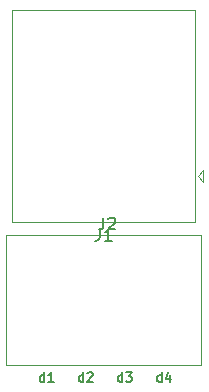
<source format=gbr>
%TF.GenerationSoftware,KiCad,Pcbnew,7.0.9*%
%TF.CreationDate,2024-01-22T18:23:32+13:00*%
%TF.ProjectId,rj45_breakout,726a3435-5f62-4726-9561-6b6f75742e6b,rev?*%
%TF.SameCoordinates,Original*%
%TF.FileFunction,Legend,Top*%
%TF.FilePolarity,Positive*%
%FSLAX46Y46*%
G04 Gerber Fmt 4.6, Leading zero omitted, Abs format (unit mm)*
G04 Created by KiCad (PCBNEW 7.0.9) date 2024-01-22 18:23:32*
%MOMM*%
%LPD*%
G01*
G04 APERTURE LIST*
%ADD10C,0.150000*%
%ADD11C,0.120000*%
G04 APERTURE END LIST*
D10*
X43862017Y-54394295D02*
X43862017Y-53594295D01*
X43862017Y-54356200D02*
X43785826Y-54394295D01*
X43785826Y-54394295D02*
X43633445Y-54394295D01*
X43633445Y-54394295D02*
X43557255Y-54356200D01*
X43557255Y-54356200D02*
X43519160Y-54318104D01*
X43519160Y-54318104D02*
X43481064Y-54241914D01*
X43481064Y-54241914D02*
X43481064Y-54013342D01*
X43481064Y-54013342D02*
X43519160Y-53937152D01*
X43519160Y-53937152D02*
X43557255Y-53899057D01*
X43557255Y-53899057D02*
X43633445Y-53860961D01*
X43633445Y-53860961D02*
X43785826Y-53860961D01*
X43785826Y-53860961D02*
X43862017Y-53899057D01*
X44662017Y-54394295D02*
X44204874Y-54394295D01*
X44433446Y-54394295D02*
X44433446Y-53594295D01*
X44433446Y-53594295D02*
X44357255Y-53708580D01*
X44357255Y-53708580D02*
X44281065Y-53784771D01*
X44281065Y-53784771D02*
X44204874Y-53822866D01*
X47176304Y-54394295D02*
X47176304Y-53594295D01*
X47176304Y-54356200D02*
X47100113Y-54394295D01*
X47100113Y-54394295D02*
X46947732Y-54394295D01*
X46947732Y-54394295D02*
X46871542Y-54356200D01*
X46871542Y-54356200D02*
X46833447Y-54318104D01*
X46833447Y-54318104D02*
X46795351Y-54241914D01*
X46795351Y-54241914D02*
X46795351Y-54013342D01*
X46795351Y-54013342D02*
X46833447Y-53937152D01*
X46833447Y-53937152D02*
X46871542Y-53899057D01*
X46871542Y-53899057D02*
X46947732Y-53860961D01*
X46947732Y-53860961D02*
X47100113Y-53860961D01*
X47100113Y-53860961D02*
X47176304Y-53899057D01*
X47519161Y-53670485D02*
X47557257Y-53632390D01*
X47557257Y-53632390D02*
X47633447Y-53594295D01*
X47633447Y-53594295D02*
X47823923Y-53594295D01*
X47823923Y-53594295D02*
X47900114Y-53632390D01*
X47900114Y-53632390D02*
X47938209Y-53670485D01*
X47938209Y-53670485D02*
X47976304Y-53746676D01*
X47976304Y-53746676D02*
X47976304Y-53822866D01*
X47976304Y-53822866D02*
X47938209Y-53937152D01*
X47938209Y-53937152D02*
X47481066Y-54394295D01*
X47481066Y-54394295D02*
X47976304Y-54394295D01*
X50490591Y-54394295D02*
X50490591Y-53594295D01*
X50490591Y-54356200D02*
X50414400Y-54394295D01*
X50414400Y-54394295D02*
X50262019Y-54394295D01*
X50262019Y-54394295D02*
X50185829Y-54356200D01*
X50185829Y-54356200D02*
X50147734Y-54318104D01*
X50147734Y-54318104D02*
X50109638Y-54241914D01*
X50109638Y-54241914D02*
X50109638Y-54013342D01*
X50109638Y-54013342D02*
X50147734Y-53937152D01*
X50147734Y-53937152D02*
X50185829Y-53899057D01*
X50185829Y-53899057D02*
X50262019Y-53860961D01*
X50262019Y-53860961D02*
X50414400Y-53860961D01*
X50414400Y-53860961D02*
X50490591Y-53899057D01*
X50795353Y-53594295D02*
X51290591Y-53594295D01*
X51290591Y-53594295D02*
X51023925Y-53899057D01*
X51023925Y-53899057D02*
X51138210Y-53899057D01*
X51138210Y-53899057D02*
X51214401Y-53937152D01*
X51214401Y-53937152D02*
X51252496Y-53975247D01*
X51252496Y-53975247D02*
X51290591Y-54051438D01*
X51290591Y-54051438D02*
X51290591Y-54241914D01*
X51290591Y-54241914D02*
X51252496Y-54318104D01*
X51252496Y-54318104D02*
X51214401Y-54356200D01*
X51214401Y-54356200D02*
X51138210Y-54394295D01*
X51138210Y-54394295D02*
X50909639Y-54394295D01*
X50909639Y-54394295D02*
X50833448Y-54356200D01*
X50833448Y-54356200D02*
X50795353Y-54318104D01*
X53804878Y-54394295D02*
X53804878Y-53594295D01*
X53804878Y-54356200D02*
X53728687Y-54394295D01*
X53728687Y-54394295D02*
X53576306Y-54394295D01*
X53576306Y-54394295D02*
X53500116Y-54356200D01*
X53500116Y-54356200D02*
X53462021Y-54318104D01*
X53462021Y-54318104D02*
X53423925Y-54241914D01*
X53423925Y-54241914D02*
X53423925Y-54013342D01*
X53423925Y-54013342D02*
X53462021Y-53937152D01*
X53462021Y-53937152D02*
X53500116Y-53899057D01*
X53500116Y-53899057D02*
X53576306Y-53860961D01*
X53576306Y-53860961D02*
X53728687Y-53860961D01*
X53728687Y-53860961D02*
X53804878Y-53899057D01*
X54528688Y-53860961D02*
X54528688Y-54394295D01*
X54338212Y-53556200D02*
X54147735Y-54127628D01*
X54147735Y-54127628D02*
X54642974Y-54127628D01*
X48571666Y-41454819D02*
X48571666Y-42169104D01*
X48571666Y-42169104D02*
X48524047Y-42311961D01*
X48524047Y-42311961D02*
X48428809Y-42407200D01*
X48428809Y-42407200D02*
X48285952Y-42454819D01*
X48285952Y-42454819D02*
X48190714Y-42454819D01*
X49571666Y-42454819D02*
X49000238Y-42454819D01*
X49285952Y-42454819D02*
X49285952Y-41454819D01*
X49285952Y-41454819D02*
X49190714Y-41597676D01*
X49190714Y-41597676D02*
X49095476Y-41692914D01*
X49095476Y-41692914D02*
X49000238Y-41740533D01*
X48876666Y-40501019D02*
X48876666Y-41215304D01*
X48876666Y-41215304D02*
X48829047Y-41358161D01*
X48829047Y-41358161D02*
X48733809Y-41453400D01*
X48733809Y-41453400D02*
X48590952Y-41501019D01*
X48590952Y-41501019D02*
X48495714Y-41501019D01*
X49305238Y-40596257D02*
X49352857Y-40548638D01*
X49352857Y-40548638D02*
X49448095Y-40501019D01*
X49448095Y-40501019D02*
X49686190Y-40501019D01*
X49686190Y-40501019D02*
X49781428Y-40548638D01*
X49781428Y-40548638D02*
X49829047Y-40596257D01*
X49829047Y-40596257D02*
X49876666Y-40691495D01*
X49876666Y-40691495D02*
X49876666Y-40786733D01*
X49876666Y-40786733D02*
X49829047Y-40929590D01*
X49829047Y-40929590D02*
X49257619Y-41501019D01*
X49257619Y-41501019D02*
X49876666Y-41501019D01*
D11*
%TO.C,J1*%
X57350000Y-37500000D02*
X57350000Y-36500000D01*
X57350000Y-36500000D02*
X56850000Y-37000000D01*
X56850000Y-37000000D02*
X57350000Y-37500000D01*
X56665000Y-40880000D02*
X56665000Y-22920000D01*
X56665000Y-22920000D02*
X41145000Y-22920000D01*
X41145000Y-40880000D02*
X56665000Y-40880000D01*
X41145000Y-40880000D02*
X41145000Y-22920000D01*
%TO.C,J2*%
X40610000Y-41946200D02*
X57110000Y-41946200D01*
X57110000Y-41946200D02*
X57110000Y-52996200D01*
X57110000Y-52996200D02*
X40610000Y-52996200D01*
X40610000Y-52996200D02*
X40610000Y-41946200D01*
%TD*%
M02*

</source>
